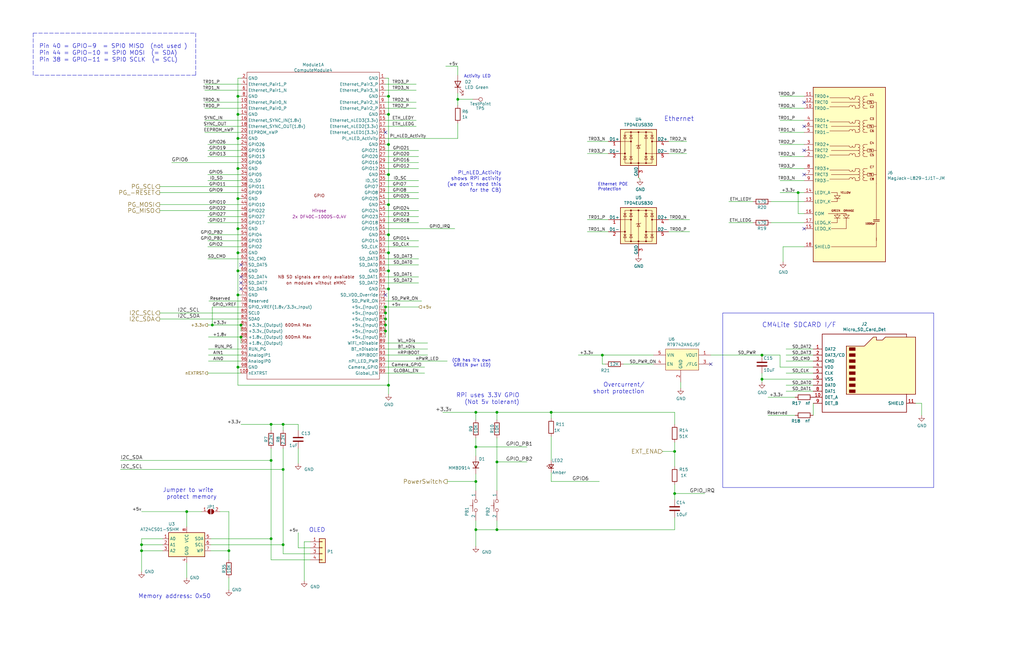
<source format=kicad_sch>
(kicad_sch (version 20210406) (generator eeschema)
  (paper "B")
  (title_block (title "ConnectBox HAT using RPi CM4") (date "2021-07-22") (rev "1.3") (comment 1 "JRA"))
  (junction (at 59.69 229.87) (diameter 1.016))
  (junction (at 59.69 232.41) (diameter 1.016))
  (junction (at 78.74 215.9) (diameter 1.016))
  (junction (at 89.535 137.16) (diameter 1.016))
  (junction (at 96.52 232.41) (diameter 1.016))
  (junction (at 100.33 40.64) (diameter 1.016))
  (junction (at 100.33 48.26) (diameter 1.016))
  (junction (at 100.33 58.42) (diameter 1.016))
  (junction (at 100.33 71.12) (diameter 1.016))
  (junction (at 100.33 83.82) (diameter 1.016))
  (junction (at 100.33 96.52) (diameter 1.016))
  (junction (at 100.33 106.68) (diameter 1.016))
  (junction (at 100.33 114.3) (diameter 1.016))
  (junction (at 100.33 124.46) (diameter 1.016))
  (junction (at 100.33 154.94) (diameter 1.016))
  (junction (at 101.6 137.16) (diameter 1.016))
  (junction (at 101.6 142.24) (diameter 1.016))
  (junction (at 114.3 179.07) (diameter 1.016))
  (junction (at 114.3 194.31) (diameter 1.016))
  (junction (at 114.3 227.33) (diameter 1.016))
  (junction (at 119.38 179.07) (diameter 1.016))
  (junction (at 119.38 198.12) (diameter 1.016))
  (junction (at 119.38 229.87) (diameter 1.016))
  (junction (at 162.56 129.54) (diameter 1.016))
  (junction (at 162.56 132.08) (diameter 1.016))
  (junction (at 162.56 134.62) (diameter 1.016))
  (junction (at 162.56 137.16) (diameter 1.016))
  (junction (at 162.56 139.7) (diameter 1.016))
  (junction (at 163.83 40.64) (diameter 1.016))
  (junction (at 163.83 48.26) (diameter 1.016))
  (junction (at 163.83 60.96) (diameter 1.016))
  (junction (at 163.83 73.66) (diameter 1.016))
  (junction (at 163.83 86.36) (diameter 1.016))
  (junction (at 163.83 99.06) (diameter 1.016))
  (junction (at 163.83 106.68) (diameter 1.016))
  (junction (at 163.83 114.3) (diameter 1.016))
  (junction (at 163.83 121.92) (diameter 1.016))
  (junction (at 163.83 162.56) (diameter 1.016))
  (junction (at 193.04 41.91) (diameter 1.016))
  (junction (at 200.66 173.99) (diameter 1.016))
  (junction (at 200.66 188.595) (diameter 1.016))
  (junction (at 200.66 203.2) (diameter 1.016))
  (junction (at 200.66 223.52) (diameter 1.016))
  (junction (at 209.55 173.99) (diameter 1.016))
  (junction (at 209.55 194.945) (diameter 1.016))
  (junction (at 209.55 223.52) (diameter 1.016))
  (junction (at 232.41 173.99) (diameter 1.016))
  (junction (at 254 149.86) (diameter 1.016))
  (junction (at 284.48 190.5) (diameter 1.016))
  (junction (at 284.48 208.28) (diameter 1.016))
  (junction (at 321.31 149.86) (diameter 1.016))
  (junction (at 321.31 160.02) (diameter 1.016))
  (junction (at 336.55 81.28) (diameter 1.016))
  (no_connect (at 101.6 111.76))
  (no_connect (at 101.6 116.84))
  (no_connect (at 101.6 119.38))
  (no_connect (at 101.6 121.92))
  (no_connect (at 162.56 55.88))
  (no_connect (at 162.56 124.46))
  (no_connect (at 299.72 153.67))
  (no_connect (at 339.09 43.18))
  (no_connect (at 339.09 53.34))
  (no_connect (at 339.09 63.5))
  (no_connect (at 339.09 73.66))
  (no_connect (at 339.09 96.52))
  (wire (pts (xy 50.8 194.31) (xy 114.3 194.31)))
  (wire (pts (xy 50.8 198.12) (xy 119.38 198.12)))
  (wire (pts (xy 59.69 215.9) (xy 78.74 215.9)))
  (wire (pts (xy 59.69 227.33) (xy 59.69 229.87)))
  (wire (pts (xy 59.69 229.87) (xy 59.69 232.41)))
  (wire (pts (xy 59.69 229.87) (xy 68.58 229.87)))
  (wire (pts (xy 59.69 232.41) (xy 59.69 241.3)))
  (wire (pts (xy 59.69 232.41) (xy 68.58 232.41)))
  (wire (pts (xy 67.31 78.74) (xy 101.6 78.74)))
  (wire (pts (xy 67.31 81.28) (xy 101.6 81.28)))
  (wire (pts (xy 67.31 86.36) (xy 101.6 86.36)))
  (wire (pts (xy 67.31 88.9) (xy 101.6 88.9)))
  (wire (pts (xy 67.31 132.08) (xy 101.6 132.08)))
  (wire (pts (xy 67.31 134.62) (xy 101.6 134.62)))
  (wire (pts (xy 68.58 227.33) (xy 59.69 227.33)))
  (wire (pts (xy 72.39 68.58) (xy 101.6 68.58)))
  (wire (pts (xy 78.74 215.9) (xy 78.74 222.25)))
  (wire (pts (xy 78.74 215.9) (xy 85.09 215.9)))
  (wire (pts (xy 78.74 237.49) (xy 78.74 243.84)))
  (wire (pts (xy 86.36 35.56) (xy 101.6 35.56)))
  (wire (pts (xy 86.36 38.1) (xy 101.6 38.1)))
  (wire (pts (xy 86.36 43.18) (xy 101.6 43.18)))
  (wire (pts (xy 86.36 45.72) (xy 101.6 45.72)))
  (wire (pts (xy 86.36 50.8) (xy 101.6 50.8)))
  (wire (pts (xy 86.36 53.34) (xy 101.6 53.34)))
  (wire (pts (xy 86.36 55.88) (xy 101.6 55.88)))
  (wire (pts (xy 87.63 60.96) (xy 101.6 60.96)))
  (wire (pts (xy 87.63 63.5) (xy 101.6 63.5)))
  (wire (pts (xy 87.63 66.04) (xy 101.6 66.04)))
  (wire (pts (xy 87.63 73.66) (xy 101.6 73.66)))
  (wire (pts (xy 87.63 76.2) (xy 101.6 76.2)))
  (wire (pts (xy 87.63 91.44) (xy 101.6 91.44)))
  (wire (pts (xy 87.63 93.98) (xy 101.6 93.98)))
  (wire (pts (xy 87.63 99.06) (xy 101.6 99.06)))
  (wire (pts (xy 87.63 101.6) (xy 101.6 101.6)))
  (wire (pts (xy 87.63 104.14) (xy 101.6 104.14)))
  (wire (pts (xy 87.63 109.22) (xy 101.6 109.22)))
  (wire (pts (xy 87.63 137.16) (xy 89.535 137.16)))
  (wire (pts (xy 87.63 157.48) (xy 101.6 157.48)))
  (wire (pts (xy 87.884 142.24) (xy 101.6 142.24)))
  (wire (pts (xy 87.884 147.32) (xy 101.6 147.32)))
  (wire (pts (xy 87.884 149.86) (xy 101.6 149.86)))
  (wire (pts (xy 87.884 152.4) (xy 101.6 152.4)))
  (wire (pts (xy 88.0872 127) (xy 101.6 127)))
  (wire (pts (xy 88.9 227.33) (xy 114.3 227.33)))
  (wire (pts (xy 88.9 229.87) (xy 119.38 229.87)))
  (wire (pts (xy 89.535 129.54) (xy 89.535 137.16)))
  (wire (pts (xy 89.535 129.54) (xy 101.6 129.54)))
  (wire (pts (xy 89.535 137.16) (xy 101.6 137.16)))
  (wire (pts (xy 92.71 215.9) (xy 96.52 215.9)))
  (wire (pts (xy 96.52 215.9) (xy 96.52 232.41)))
  (wire (pts (xy 96.52 232.41) (xy 88.9 232.41)))
  (wire (pts (xy 96.52 232.41) (xy 96.52 236.22)))
  (wire (pts (xy 96.52 243.84) (xy 96.52 248.92)))
  (wire (pts (xy 100.33 33.02) (xy 100.33 40.64)))
  (wire (pts (xy 100.33 40.64) (xy 100.33 48.26)))
  (wire (pts (xy 100.33 48.26) (xy 100.33 58.42)))
  (wire (pts (xy 100.33 58.42) (xy 100.33 71.12)))
  (wire (pts (xy 100.33 58.42) (xy 101.6 58.42)))
  (wire (pts (xy 100.33 71.12) (xy 100.33 83.82)))
  (wire (pts (xy 100.33 71.12) (xy 101.6 71.12)))
  (wire (pts (xy 100.33 83.82) (xy 100.33 96.52)))
  (wire (pts (xy 100.33 83.82) (xy 101.6 83.82)))
  (wire (pts (xy 100.33 96.52) (xy 100.33 106.68)))
  (wire (pts (xy 100.33 96.52) (xy 101.6 96.52)))
  (wire (pts (xy 100.33 106.68) (xy 100.33 114.3)))
  (wire (pts (xy 100.33 106.68) (xy 101.6 106.68)))
  (wire (pts (xy 100.33 114.3) (xy 100.33 124.46)))
  (wire (pts (xy 100.33 114.3) (xy 101.6 114.3)))
  (wire (pts (xy 100.33 124.46) (xy 100.33 154.94)))
  (wire (pts (xy 100.33 124.46) (xy 101.6 124.46)))
  (wire (pts (xy 100.33 154.94) (xy 100.33 162.56)))
  (wire (pts (xy 100.33 162.56) (xy 163.83 162.56)))
  (wire (pts (xy 101.6 33.02) (xy 100.33 33.02)))
  (wire (pts (xy 101.6 40.64) (xy 100.33 40.64)))
  (wire (pts (xy 101.6 48.26) (xy 100.33 48.26)))
  (wire (pts (xy 101.6 139.7) (xy 101.6 137.16)))
  (wire (pts (xy 101.6 142.24) (xy 101.854 142.24)))
  (wire (pts (xy 101.6 144.78) (xy 101.6 142.24)))
  (wire (pts (xy 101.6 154.94) (xy 100.33 154.94)))
  (wire (pts (xy 101.6 179.07) (xy 114.3 179.07)))
  (wire (pts (xy 114.3 179.07) (xy 114.3 181.61)))
  (wire (pts (xy 114.3 179.07) (xy 119.38 179.07)))
  (wire (pts (xy 114.3 194.31) (xy 114.3 189.23)))
  (wire (pts (xy 114.3 194.31) (xy 114.3 227.33)))
  (wire (pts (xy 114.3 227.33) (xy 114.3 236.22)))
  (wire (pts (xy 114.3 236.22) (xy 130.81 236.22)))
  (wire (pts (xy 119.38 179.07) (xy 119.38 181.61)))
  (wire (pts (xy 119.38 179.07) (xy 125.73 179.07)))
  (wire (pts (xy 119.38 198.12) (xy 119.38 189.23)))
  (wire (pts (xy 119.38 198.12) (xy 119.38 229.87)))
  (wire (pts (xy 119.38 229.87) (xy 119.38 233.68)))
  (wire (pts (xy 119.38 233.68) (xy 130.81 233.68)))
  (wire (pts (xy 125.73 179.07) (xy 125.73 181.61)))
  (wire (pts (xy 125.73 189.23) (xy 125.73 195.58)))
  (wire (pts (xy 125.73 231.14) (xy 125.73 224.79)))
  (wire (pts (xy 128.27 228.6) (xy 128.27 245.11)))
  (wire (pts (xy 130.81 228.6) (xy 128.27 228.6)))
  (wire (pts (xy 130.81 231.14) (xy 125.73 231.14)))
  (wire (pts (xy 162.56 33.02) (xy 163.83 33.02)))
  (wire (pts (xy 162.56 35.56) (xy 175.514 35.56)))
  (wire (pts (xy 162.56 38.1) (xy 175.514 38.1)))
  (wire (pts (xy 162.56 40.64) (xy 163.83 40.64)))
  (wire (pts (xy 162.56 43.18) (xy 175.514 43.18)))
  (wire (pts (xy 162.56 45.72) (xy 175.514 45.72)))
  (wire (pts (xy 162.56 48.26) (xy 163.83 48.26)))
  (wire (pts (xy 162.56 50.8) (xy 175.514 50.8)))
  (wire (pts (xy 162.56 53.34) (xy 175.514 53.34)))
  (wire (pts (xy 162.56 58.42) (xy 193.04 58.42)))
  (wire (pts (xy 162.56 60.96) (xy 163.83 60.96)))
  (wire (pts (xy 162.56 63.5) (xy 176.53 63.5)))
  (wire (pts (xy 162.56 66.04) (xy 176.53 66.04)))
  (wire (pts (xy 162.56 68.58) (xy 176.53 68.58)))
  (wire (pts (xy 162.56 71.12) (xy 176.53 71.12)))
  (wire (pts (xy 162.56 73.66) (xy 163.83 73.66)))
  (wire (pts (xy 162.56 76.2) (xy 176.53 76.2)))
  (wire (pts (xy 162.56 78.74) (xy 176.53 78.74)))
  (wire (pts (xy 162.56 81.28) (xy 176.53 81.28)))
  (wire (pts (xy 162.56 83.82) (xy 176.53 83.82)))
  (wire (pts (xy 162.56 86.36) (xy 163.83 86.36)))
  (wire (pts (xy 162.56 88.9) (xy 176.53 88.9)))
  (wire (pts (xy 162.56 91.44) (xy 176.53 91.44)))
  (wire (pts (xy 162.56 93.98) (xy 176.53 93.98)))
  (wire (pts (xy 162.56 96.52) (xy 191.77 96.52)))
  (wire (pts (xy 162.56 99.06) (xy 163.83 99.06)))
  (wire (pts (xy 162.56 101.6) (xy 176.53 101.6)))
  (wire (pts (xy 162.56 106.68) (xy 163.83 106.68)))
  (wire (pts (xy 162.56 111.76) (xy 176.53 111.76)))
  (wire (pts (xy 162.56 114.3) (xy 163.83 114.3)))
  (wire (pts (xy 162.56 119.38) (xy 176.53 119.38)))
  (wire (pts (xy 162.56 121.92) (xy 163.83 121.92)))
  (wire (pts (xy 162.56 127) (xy 177.8 127)))
  (wire (pts (xy 162.56 129.54) (xy 162.56 132.08)))
  (wire (pts (xy 162.56 129.54) (xy 176.53 129.54)))
  (wire (pts (xy 162.56 132.08) (xy 162.56 134.62)))
  (wire (pts (xy 162.56 134.62) (xy 162.56 137.16)))
  (wire (pts (xy 162.56 137.16) (xy 162.56 139.7)))
  (wire (pts (xy 162.56 139.7) (xy 162.56 142.24)))
  (wire (pts (xy 162.56 144.78) (xy 180.34 144.78)))
  (wire (pts (xy 162.56 147.32) (xy 180.34 147.32)))
  (wire (pts (xy 162.56 149.86) (xy 180.34 149.86)))
  (wire (pts (xy 162.56 152.4) (xy 188.595 152.4)))
  (wire (pts (xy 162.56 154.94) (xy 179.07 154.94)))
  (wire (pts (xy 162.56 157.48) (xy 179.07 157.48)))
  (wire (pts (xy 163.83 33.02) (xy 163.83 40.64)))
  (wire (pts (xy 163.83 40.64) (xy 163.83 48.26)))
  (wire (pts (xy 163.83 48.26) (xy 163.83 60.96)))
  (wire (pts (xy 163.83 60.96) (xy 163.83 73.66)))
  (wire (pts (xy 163.83 73.66) (xy 163.83 86.36)))
  (wire (pts (xy 163.83 86.36) (xy 163.83 99.06)))
  (wire (pts (xy 163.83 99.06) (xy 163.83 106.68)))
  (wire (pts (xy 163.83 106.68) (xy 163.83 114.3)))
  (wire (pts (xy 163.83 114.3) (xy 163.83 121.92)))
  (wire (pts (xy 163.83 121.92) (xy 163.83 162.56)))
  (wire (pts (xy 163.83 162.56) (xy 163.83 166.37)))
  (wire (pts (xy 176.53 104.14) (xy 162.56 104.14)))
  (wire (pts (xy 176.53 109.22) (xy 162.56 109.22)))
  (wire (pts (xy 176.53 116.84) (xy 162.56 116.84)))
  (wire (pts (xy 186.69 173.99) (xy 200.66 173.99)))
  (wire (pts (xy 187.96 27.94) (xy 193.04 27.94)))
  (wire (pts (xy 188.595 203.2) (xy 200.66 203.2)))
  (wire (pts (xy 193.04 31.75) (xy 193.04 27.94)))
  (wire (pts (xy 193.04 41.91) (xy 193.04 39.37)))
  (wire (pts (xy 193.04 44.45) (xy 193.04 41.91)))
  (wire (pts (xy 193.04 52.07) (xy 193.04 58.42)))
  (wire (pts (xy 199.39 41.91) (xy 193.04 41.91)))
  (wire (pts (xy 200.66 173.99) (xy 209.55 173.99)))
  (wire (pts (xy 200.66 177.165) (xy 200.66 173.99)))
  (wire (pts (xy 200.66 184.785) (xy 200.66 188.595)))
  (wire (pts (xy 200.66 188.595) (xy 200.66 192.405)))
  (wire (pts (xy 200.66 188.595) (xy 222.25 188.595)))
  (wire (pts (xy 200.66 200.025) (xy 200.66 203.2)))
  (wire (pts (xy 200.66 203.2) (xy 200.66 207.01)))
  (wire (pts (xy 200.66 219.71) (xy 200.66 223.52)))
  (wire (pts (xy 200.66 223.52) (xy 200.66 230.505)))
  (wire (pts (xy 200.66 223.52) (xy 209.55 223.52)))
  (wire (pts (xy 209.55 177.165) (xy 209.55 173.99)))
  (wire (pts (xy 209.55 184.785) (xy 209.55 194.945)))
  (wire (pts (xy 209.55 194.945) (xy 209.55 207.01)))
  (wire (pts (xy 209.55 194.945) (xy 222.25 194.945)))
  (wire (pts (xy 209.55 223.52) (xy 209.55 219.71)))
  (wire (pts (xy 209.55 223.52) (xy 284.48 223.52)))
  (wire (pts (xy 232.41 173.99) (xy 209.55 173.99)))
  (wire (pts (xy 232.41 173.99) (xy 284.48 173.99)))
  (wire (pts (xy 232.41 176.53) (xy 232.41 173.99)))
  (wire (pts (xy 232.41 184.15) (xy 232.41 194.31)))
  (wire (pts (xy 232.41 203.2) (xy 232.41 199.39)))
  (wire (pts (xy 232.41 203.2) (xy 252.73 203.2)))
  (wire (pts (xy 243.84 149.86) (xy 254 149.86)))
  (wire (pts (xy 247.65 59.69) (xy 256.54 59.69)))
  (wire (pts (xy 247.65 64.77) (xy 256.54 64.77)))
  (wire (pts (xy 247.65 92.71) (xy 256.54 92.71)))
  (wire (pts (xy 254 149.86) (xy 275.59 149.86)))
  (wire (pts (xy 254 153.67) (xy 254 149.86)))
  (wire (pts (xy 255.27 153.67) (xy 254 153.67)))
  (wire (pts (xy 256.54 97.79) (xy 247.65 97.79)))
  (wire (pts (xy 262.89 153.67) (xy 275.59 153.67)))
  (wire (pts (xy 269.24 74.93) (xy 269.875 75.565)))
  (wire (pts (xy 279.4 190.5) (xy 284.48 190.5)))
  (wire (pts (xy 281.94 59.69) (xy 289.56 59.69)))
  (wire (pts (xy 281.94 64.77) (xy 289.56 64.77)))
  (wire (pts (xy 281.94 92.71) (xy 290.83 92.71)))
  (wire (pts (xy 281.94 97.79) (xy 290.83 97.79)))
  (wire (pts (xy 284.48 173.99) (xy 284.48 179.07)))
  (wire (pts (xy 284.48 186.69) (xy 284.48 190.5)))
  (wire (pts (xy 284.48 190.5) (xy 284.48 196.85)))
  (wire (pts (xy 284.48 204.47) (xy 284.48 208.28)))
  (wire (pts (xy 284.48 208.28) (xy 297.18 208.28)))
  (wire (pts (xy 284.48 210.82) (xy 284.48 208.28)))
  (wire (pts (xy 284.48 223.52) (xy 284.48 218.44)))
  (wire (pts (xy 287.02 161.29) (xy 287.02 163.83)))
  (wire (pts (xy 299.72 149.86) (xy 321.31 149.86)))
  (wire (pts (xy 307.34 85.09) (xy 317.5 85.09)))
  (wire (pts (xy 307.34 93.98) (xy 317.5 93.98)))
  (wire (pts (xy 321.31 149.86) (xy 328.93 149.86)))
  (wire (pts (xy 321.31 157.48) (xy 321.31 160.02)))
  (wire (pts (xy 321.31 160.02) (xy 321.31 161.29)))
  (wire (pts (xy 321.31 160.02) (xy 342.9 160.02)))
  (wire (pts (xy 323.85 167.64) (xy 335.28 167.64)))
  (wire (pts (xy 323.85 175.26) (xy 335.28 175.26)))
  (wire (pts (xy 325.12 85.09) (xy 339.09 85.09)))
  (wire (pts (xy 325.12 93.98) (xy 339.09 93.98)))
  (wire (pts (xy 328.93 40.64) (xy 339.09 40.64)))
  (wire (pts (xy 328.93 45.72) (xy 339.09 45.72)))
  (wire (pts (xy 328.93 50.8) (xy 339.09 50.8)))
  (wire (pts (xy 328.93 55.88) (xy 339.09 55.88)))
  (wire (pts (xy 328.93 60.96) (xy 339.09 60.96)))
  (wire (pts (xy 328.93 66.04) (xy 339.09 66.04)))
  (wire (pts (xy 328.93 71.12) (xy 339.09 71.12)))
  (wire (pts (xy 328.93 76.2) (xy 339.09 76.2)))
  (wire (pts (xy 328.93 81.28) (xy 336.55 81.28)))
  (wire (pts (xy 328.93 154.94) (xy 328.93 149.86)))
  (wire (pts (xy 330.2 104.14) (xy 330.2 110.49)))
  (wire (pts (xy 331.47 147.32) (xy 342.9 147.32)))
  (wire (pts (xy 331.47 152.4) (xy 342.9 152.4)))
  (wire (pts (xy 331.47 162.56) (xy 342.9 162.56)))
  (wire (pts (xy 336.55 81.28) (xy 339.09 81.28)))
  (wire (pts (xy 336.55 90.17) (xy 336.55 81.28)))
  (wire (pts (xy 339.09 90.17) (xy 336.55 90.17)))
  (wire (pts (xy 339.09 104.14) (xy 330.2 104.14)))
  (wire (pts (xy 342.9 149.86) (xy 331.47 149.86)))
  (wire (pts (xy 342.9 154.94) (xy 328.93 154.94)))
  (wire (pts (xy 342.9 157.48) (xy 331.47 157.48)))
  (wire (pts (xy 342.9 165.1) (xy 331.47 165.1)))
  (wire (pts (xy 342.9 170.18) (xy 342.9 175.26)))
  (wire (pts (xy 386.08 170.18) (xy 388.62 170.18)))
  (wire (pts (xy 388.62 170.18) (xy 388.62 175.26)))
  (polyline (pts (xy 13.97 13.97) (xy 13.97 31.75)) (stroke (width 0) (type dash)))
  (polyline (pts (xy 13.97 13.97) (xy 82.55 13.97)) (stroke (width 0) (type dash)))
  (polyline (pts (xy 82.55 13.97) (xy 82.55 31.75)) (stroke (width 0) (type dash)))
  (polyline (pts (xy 82.55 31.75) (xy 13.97 31.75)) (stroke (width 0) (type dash)))
  (polyline (pts (xy 304.8 132.08) (xy 393.7 132.08)) (stroke (width 0) (type solid)))
  (polyline (pts (xy 304.8 205.74) (xy 304.8 132.08)) (stroke (width 0) (type solid)))
  (polyline (pts (xy 393.7 132.08) (xy 393.7 205.74)) (stroke (width 0) (type solid)))
  (polyline (pts (xy 393.7 205.74) (xy 304.8 205.74)) (stroke (width 0) (type solid)))
  (text "Pin 40 = GPIO-9  = SPI0 MISO  (not used ) \nPin 44 = GPIO-10 = SPI0 MOSI  (= SDA)\nPin 38 = GPIO-11 = SPI0 SCLK  (= SCL)\n\n" (at 16.51 29.21 0) (effects (font (size 1.778 1.778)) (justify left bottom)))
  (text "Memory address: 0x50" (at 88.9 252.73 180) (effects (font (size 1.778 1.778)) (justify right bottom)))
  (text "Jumper to write \nprotect memory" (at 91.44 210.82 180) (effects (font (size 1.778 1.778)) (justify right bottom)))
  (text "OLED" (at 137.16 224.79 180) (effects (font (size 1.778 1.778)) (justify right bottom)))
  (text "Activity LED" (at 195.58 33.02 0) (effects (font (size 1.27 1.27)) (justify left bottom)))
  (text "(CB has it's own\nGREEN pwr LED)" (at 207.01 154.94 180) (effects (font (size 1.27 1.27)) (justify right bottom)))
  (text "PI_nLED_Activity\nshows RPi activity\n(we don't need this\nfor the CB)\n" (at 211.455 81.28 0) (effects (font (size 1.524 1.524)) (justify right bottom)))
  (text "RPi uses 3.3V GPIO\n(Not 5v tolerant)" (at 219.075 170.815 180) (effects (font (size 1.778 1.778)) (justify right bottom)))
  (text "Ethernet POE\nProtection" (at 252.095 80.645 0) (effects (font (size 1.27 1.27)) (justify left bottom)))
  (text "Overcurrent/\nshort protection" (at 271.78 166.37 180) (effects (font (size 1.778 1.778)) (justify right bottom)))
  (text "Ethernet" (at 280.035 51.435 0) (effects (font (size 2.0066 2.0066)) (justify left bottom)))
  (text "CM4Lite SDCARD I/F" (at 321.31 138.43 0) (effects (font (size 2.007 2.007)) (justify left bottom)))
  (label "I2C_SDA" (at 50.8 194.31 0) (effects (font (size 1.524 1.524))))
  (label "I2C_SCL" (at 50.8 198.12 0) (effects (font (size 1.524 1.524))))
  (label "+5v" (at 59.69 215.9 180))
  (label "GPIO6" (at 72.39 68.58 0) (effects (font (size 1.524 1.524))))
  (label "I2C_SCL" (at 74.93 132.08 0) (effects (font (size 1.524 1.524))))
  (label "I2C_SDA" (at 74.93 134.62 0) (effects (font (size 1.524 1.524))))
  (label "GPIO_VREF" (at 89.535 129.54 0))
  (label "TRD1_P" (at 92.71 35.56 180))
  (label "TRD1_N" (at 92.71 38.1 180))
  (label "TRD0_N" (at 92.71 43.18 180))
  (label "TRD0_P" (at 92.71 45.72 180))
  (label "SYNC_IN" (at 93.98 50.8 180))
  (label "GPIO5" (at 93.98 73.66 180))
  (label "ID_SD" (at 93.98 76.2 180))
  (label "GPIO9" (at 93.98 81.28 180))
  (label "GPIO_PB2" (at 93.98 99.06 180))
  (label "GPIO_PB1" (at 93.98 101.6 180))
  (label "GPIO2" (at 93.98 104.14 180))
  (label "AIN1" (at 94.234 149.86 180))
  (label "AIN0" (at 94.234 152.4 180))
  (label "GPIO26" (at 95.25 60.96 180))
  (label "GPIO19" (at 95.25 63.5 180))
  (label "GPIO13" (at 95.25 66.04 180))
  (label "GPIO11" (at 95.25 78.74 180))
  (label "GPIO10" (at 95.25 86.36 180))
  (label "GPIO22" (at 95.25 88.9 180))
  (label "GPIO27" (at 95.25 91.44 180))
  (label "GPIO17" (at 95.25 93.98 180))
  (label "SD_CMD" (at 95.25 109.22 180))
  (label "SYNC_OUT" (at 95.504 53.34 180))
  (label "+3.3v" (at 95.504 137.16 180))
  (label "+1.8v" (at 95.504 142.24 180))
  (label "Reserved" (at 97.155 127 180))
  (label "RUN_PG" (at 98.044 147.32 180))
  (label "EEPROM_nWP" (at 98.552 55.88 180))
  (label "+3.3v" (at 101.6 179.07 180))
  (label "+5v" (at 125.73 224.79 180))
  (label "SD_PWR_ON" (at 165.1 127 0))
  (label "TRD3_P" (at 165.354 35.56 0))
  (label "TRD3_N" (at 165.354 38.1 0))
  (label "TRD2_N" (at 165.354 43.18 0))
  (label "TRD2_P" (at 165.354 45.72 0))
  (label "ETH_LEDY" (at 165.354 50.8 0))
  (label "ETH_LEDG" (at 165.354 53.34 0))
  (label "+5v" (at 168.91 129.54 180))
  (label "ID_SC" (at 171.45 76.2 180))
  (label "GPIO7" (at 171.45 78.74 180))
  (label "GPIO8" (at 171.45 81.28 180))
  (label "GPIO21" (at 172.72 63.5 180))
  (label "GPIO20" (at 172.72 66.04 180))
  (label "GPIO16" (at 172.72 68.58 180))
  (label "GPIO12" (at 172.72 71.12 180))
  (label "GPIO25" (at 172.72 83.82 180))
  (label "GPIO24" (at 172.72 88.9 180))
  (label "GPIO23" (at 172.72 91.44 180))
  (label "GPIO18" (at 172.72 93.98 180))
  (label "GPIO14" (at 172.72 101.6 180))
  (label "SD_CLK" (at 172.72 104.14 180))
  (label "SD_DAT3" (at 173.99 109.22 180))
  (label "SD_DAT0" (at 173.99 111.76 180))
  (label "SD_DAT1" (at 173.99 116.84 180))
  (label "SD_DAT2" (at 173.99 119.38 180))
  (label "BT_nDis" (at 175.1076 147.32 180))
  (label "WL_nDis" (at 175.26 144.78 180))
  (label "nPWR_LED" (at 175.26 152.4 0))
  (label "GLOBAL_EN" (at 176.53 157.48 180))
  (label "nRPIBOOT" (at 176.9872 149.86 180))
  (label "Camera_GPIO" (at 177.8 154.94 180))
  (label "PI_nLED_Activity" (at 179.705 58.42 180))
  (label "GPIO_IRQ" (at 189.865 96.52 180))
  (label "+3.3v" (at 190.5 173.99 180) (effects (font (size 1.524 1.524))))
  (label "+5v" (at 193.04 27.94 180))
  (label "GPIO_PB1" (at 213.36 188.595 0) (effects (font (size 1.524 1.524))))
  (label "GPIO_PB2" (at 213.36 194.945 0) (effects (font (size 1.524 1.524))))
  (label "GPIO6" (at 241.3 203.2 0) (effects (font (size 1.524 1.524))))
  (label "+3.3v" (at 250.19 149.86 180))
  (label "TRD3_N" (at 255.27 59.69 180))
  (label "TRD3_P" (at 255.27 64.77 180))
  (label "TRD1_P" (at 255.27 92.71 180))
  (label "TRD1_N" (at 255.27 97.79 180))
  (label "SD_PWR_ON" (at 265.43 153.67 0))
  (label "TRD2_N" (at 289.56 59.69 180))
  (label "TRD2_P" (at 289.56 64.77 180))
  (label "TRD0_N" (at 289.56 92.71 180))
  (label "TRD0_P" (at 289.56 97.79 180))
  (label "GPIO_IRQ" (at 290.83 208.28 0) (effects (font (size 1.524 1.524))))
  (label "SD_PWR" (at 311.15 149.86 0))
  (label "ETH_LEDY" (at 316.865 85.09 180))
  (label "ETH_LEDG" (at 316.865 93.98 180))
  (label "+3.3v" (at 330.2 167.64 180))
  (label "Reserved" (at 332.105 175.26 180))
  (label "SD_DAT2" (at 334.01 147.32 0))
  (label "SD_DAT3" (at 334.01 149.86 0))
  (label "SD_CMD" (at 334.01 152.4 0))
  (label "SD_CLK" (at 334.01 157.48 0))
  (label "SD_DAT0" (at 334.01 162.56 0))
  (label "SD_DAT1" (at 334.01 165.1 0))
  (label "TRD0_P" (at 335.28 40.64 180))
  (label "TRD0_N" (at 335.28 45.72 180))
  (label "TRD1_P" (at 335.28 50.8 180))
  (label "TRD1_N" (at 335.28 55.88 180))
  (label "TRD2_P" (at 335.28 60.96 180))
  (label "TRD2_N" (at 335.28 66.04 180))
  (label "TRD3_P" (at 335.28 71.12 180))
  (label "TRD3_N" (at 335.28 76.2 180))
  (label "+3.3v" (at 335.28 81.28 180))
  (hierarchical_label "PG_SCL" (shape output) (at 67.31 78.74 180) (effects (font (size 1.778 1.778))))
  (hierarchical_label "PG_-RESET" (shape output) (at 67.31 81.28 180) (effects (font (size 1.778 1.778))))
  (hierarchical_label "PG_MOSI" (shape output) (at 67.31 86.36 180) (effects (font (size 1.778 1.778))))
  (hierarchical_label "PG_MISO" (shape output) (at 67.31 88.9 180) (effects (font (size 1.778 1.778))))
  (hierarchical_label "I2C_SCL" (shape output) (at 67.31 132.08 180) (effects (font (size 1.778 1.778))))
  (hierarchical_label "I2C_SDA" (shape output) (at 67.31 134.62 180) (effects (font (size 1.778 1.778))))
  (hierarchical_label "+3.3v" (shape output) (at 87.63 137.16 180))
  (hierarchical_label "nEXTRST" (shape output) (at 87.63 157.48 180))
  (hierarchical_label "+5v" (shape input) (at 176.53 129.54 0))
  (hierarchical_label "PowerSwitch" (shape output) (at 188.595 203.2 180) (effects (font (size 1.778 1.778))))
  (hierarchical_label "EXT_ENA" (shape input) (at 279.4 190.5 180) (effects (font (size 1.778 1.778))))
  (symbol (lib_id "Connector:TestPoint") (at 199.39 41.91 270) (unit 1)
    (property "Reference" "TP5" (at 200.66 45.72 90) (effects (justify left)))
    (property "Value" "TestPoint" (at 198.12 43.815 90) (effects (justify left)))
    (property "Footprint" "TestPoint:TestPoint_Pad_2.0x2.0mm" (effects hide))
    (property "Field4" "nf" (effects hide))
    (property "Field5" "nf" (effects hide))
    (property "Field6" "nf" (effects hide))
    (property "Field7" "nf" (effects hide))
  )
  (symbol (lib_id "power:GND") (at 59.69 241.3 0) (unit 1)
    (property "Reference" "#PWR038" (effects hide))
    (property "Value" "GND" (at 62.992 241.2492 0))
  )
  (symbol (lib_id "power:GND") (at 78.74 243.84 0) (unit 1)
    (property "Reference" "#PWR039" (effects hide))
    (property "Value" "GND" (at 82.042 243.7892 0))
  )
  (symbol (lib_id "power:GND") (at 96.52 248.92 0) (unit 1)
    (property "Reference" "#PWR040" (effects hide))
    (property "Value" "GND" (at 99.822 248.8692 0))
  )
  (symbol (lib_id "power:GND") (at 125.73 195.58 0) (unit 1)
    (property "Reference" "#PWR0108" (effects hide))
    (property "Value" "GND" (at 130.302 198.0692 0))
  )
  (symbol (lib_id "power:GND") (at 128.27 245.11 0) (unit 1)
    (property "Reference" "#PWR0107" (effects hide))
    (property "Value" "GND" (at 132.842 247.5992 0))
  )
  (symbol (lib_id "power:GND") (at 163.83 166.37 0) (unit 1)
    (property "Reference" "#PWR09" (effects hide))
    (property "Value" "GND" (at 163.957 170.7642 0))
  )
  (symbol (lib_id "power:GND") (at 200.66 230.505 0) (unit 1)
    (property "Reference" "#PWR0102" (effects hide))
    (property "Value" "GND" (at 205.232 232.9942 0))
  )
  (symbol (lib_id "power:GND") (at 269.24 107.95 0) (unit 1)
    (property "Reference" "#PWR013" (effects hide))
    (property "Value" "GND" (at 269.367 112.3442 0))
  )
  (symbol (lib_id "power:GND") (at 269.875 75.565 0) (unit 1)
    (property "Reference" "#PWR012" (effects hide))
    (property "Value" "GND" (at 270.002 79.9592 0))
  )
  (symbol (lib_id "power:GND") (at 287.02 163.83 0) (unit 1)
    (property "Reference" "#PWR014" (effects hide))
    (property "Value" "GND" (at 287.147 168.2242 0))
  )
  (symbol (lib_id "power:GND") (at 321.31 161.29 0) (unit 1)
    (property "Reference" "#PWR011" (effects hide))
    (property "Value" "GND" (at 321.437 165.6842 0))
  )
  (symbol (lib_id "power:GND") (at 330.2 110.49 0) (unit 1)
    (property "Reference" "#PWR0106" (effects hide))
    (property "Value" "GND" (at 330.327 114.8842 0))
  )
  (symbol (lib_id "power:GND") (at 388.62 175.26 0) (unit 1)
    (property "Reference" "#PWR017" (effects hide))
    (property "Value" "GND" (at 388.747 179.6542 0))
  )
  (symbol (lib_id "Jumper:SolderJumper_2_Open") (at 88.9 215.9 0) (unit 1)
    (property "Reference" "JP1" (at 88.9 213.8766 0))
    (property "Value" "SolderJumper_2_Open" (effects hide))
    (property "Footprint" "Jumper:SolderJumper-2_P1.3mm_Open_TrianglePad1.0x1.5mm" (effects hide))
  )
  (symbol (lib_id "Device:LED_Small") (at 232.41 196.85 90) (unit 1)
    (property "Reference" "LED2" (at 237.49 194.31 90) (effects (justify left)))
    (property "Value" "Amber" (at 238.76 199.39 90) (effects (justify left)))
    (property "Footprint" "LED_SMD:LED_0603_1608Metric" (effects hide))
    (property "Manufacturer" "Lite-On Inc." (effects hide))
    (property "Manufacturer P/N" "LTST-C191KFKT" (effects hide))
    (property "Description" "LED AMBER CLEAR 0603 SMD" (effects hide))
    (property "DigiKey P/N" "160-1445-1-ND" (effects hide))
    (property "Type" "SMD" (effects hide))
  )
  (symbol (lib_id "Device:R") (at 96.52 240.03 180) (unit 1)
    (property "Reference" "R35" (at 94.488 240.03 90))
    (property "Value" "10K" (at 96.52 240.03 90))
    (property "Footprint" "Resistor_SMD:R_0603_1608Metric" (effects hide))
    (property "Manufacturer" "Yageo" (effects hide))
    (property "Manufacturer P/N" "RC0603FR-0710KL" (effects hide))
    (property "Description" "RES SMD 10K OHM 1% 1/8W 0603" (effects hide))
    (property "DigiKey P/N" "311-10.0KHRCT-ND" (effects hide))
    (property "Type" "SMD" (effects hide))
  )
  (symbol (lib_id "Device:R") (at 114.3 185.42 180) (unit 1)
    (property "Reference" "R7" (at 112.268 185.42 90))
    (property "Value" "2.2K" (at 114.3 185.42 90))
    (property "Footprint" "Resistor_SMD:R_0603_1608Metric" (effects hide))
    (property "Manufacturer" "Yageo" (effects hide))
    (property "Manufacturer P/N" "RC0603FR-072K2L" (effects hide))
    (property "Description" "RES SMD 2.2K OHM 1% 1/8W 0603" (effects hide))
    (property "DigiKey P/N" "311-2.20KHRCT-ND" (effects hide))
    (property "Type" "SMD" (effects hide))
  )
  (symbol (lib_id "Device:R") (at 119.38 185.42 180) (unit 1)
    (property "Reference" "R8" (at 117.348 185.42 90))
    (property "Value" "2.2K" (at 119.38 185.42 90))
    (property "Footprint" "Resistor_SMD:R_0603_1608Metric" (effects hide))
    (property "Manufacturer" "Yageo" (effects hide))
    (property "Manufacturer P/N" "RC0603FR-072K2L" (effects hide))
    (property "Description" "RES SMD 2.2K OHM 1% 1/8W 0603" (effects hide))
    (property "DigiKey P/N" "311-2.20KHRCT-ND" (effects hide))
    (property "Type" "SMD" (effects hide))
  )
  (symbol (lib_id "Device:R") (at 193.04 48.26 0) (unit 1)
    (property "Reference" "R6" (at 194.818 47.0916 0) (effects (justify left)))
    (property "Value" "1k" (at 194.818 49.403 0) (effects (justify left)))
    (property "Footprint" "Resistor_SMD:R_0402_1005Metric" (effects hide))
    (property "Datasheet" "https://fscdn.rohm.com/en/products/databook/datasheet/passive/resistor/chip_resistor/mcr-e.pdf" (effects hide))
    (property "Field4" "Farnell" (effects hide))
    (property "Field5" "9239235" (effects hide))
    (property "Field7" "KOA EUROPE GMBH" (effects hide))
    (property "Field6" "RK73H1ETTP1001F" (effects hide))
    (property "Part Description" "Resistor 1K M1005 1% 63mW" (effects hide))
    (property "Field8" "125049511" (effects hide))
  )
  (symbol (lib_id "Device:R") (at 200.66 180.975 180) (unit 1)
    (property "Reference" "R9" (at 198.628 180.975 90))
    (property "Value" "10K" (at 200.66 180.975 90))
    (property "Footprint" "Resistor_SMD:R_0603_1608Metric" (effects hide))
    (property "Manufacturer" "Yageo" (effects hide))
    (property "Manufacturer P/N" "RC0603FR-0710KL" (effects hide))
    (property "Description" "RES SMD 10K OHM 1% 1/8W 0603" (effects hide))
    (property "DigiKey P/N" "311-10.0KHRCT-ND" (effects hide))
    (property "Type" "SMD" (effects hide))
  )
  (symbol (lib_id "Device:R") (at 209.55 180.975 180) (unit 1)
    (property "Reference" "R10" (at 207.518 180.975 90))
    (property "Value" "10K" (at 209.55 180.975 90))
    (property "Footprint" "Resistor_SMD:R_0603_1608Metric" (effects hide))
    (property "Manufacturer" "Yageo" (effects hide))
    (property "Manufacturer P/N" "RC0603FR-0710KL" (effects hide))
    (property "Description" "RES SMD 10K OHM 1% 1/8W 0603" (effects hide))
    (property "DigiKey P/N" "311-10.0KHRCT-ND" (effects hide))
    (property "Type" "SMD" (effects hide))
  )
  (symbol (lib_id "Device:R") (at 232.41 180.34 0) (unit 1)
    (property "Reference" "R11" (at 236.22 179.07 0))
    (property "Value" "1K" (at 234.95 181.61 0))
    (property "Footprint" "Resistor_SMD:R_0603_1608Metric" (effects hide))
    (property "Manufacturer" "Yageo" (effects hide))
    (property "Manufacturer P/N" "RC0603FR-071KL" (effects hide))
    (property "Description" "RES SMD 1K OHM 1% 1/8W 0603" (effects hide))
    (property "DigiKey P/N" "311-1.00KHRCT-ND" (effects hide))
    (property "Type" "SMD" (effects hide))
  )
  (symbol (lib_id "Device:R") (at 259.08 153.67 270) (unit 1)
    (property "Reference" "R21" (at 255.27 156.337 90))
    (property "Value" "12K" (at 259.08 153.67 90))
    (property "Footprint" "Resistor_SMD:R_0603_1608Metric" (effects hide))
    (property "Manufacturer" "Yageo" (effects hide))
    (property "Manufacturer P/N" "RC0603FR-12K2L" (effects hide))
    (property "Description" "RES SMD 12K OHM 1% 1/8W 0603" (effects hide))
    (property "DigiKey P/N" "311-12KHRCT-ND" (effects hide))
    (property "Type" "SMD" (effects hide))
  )
  (symbol (lib_id "Device:R") (at 284.48 182.88 0) (unit 1)
    (property "Reference" "R14" (at 288.29 181.61 0))
    (property "Value" "51K" (at 288.29 184.15 0))
    (property "Footprint" "Resistor_SMD:R_0603_1608Metric" (effects hide))
    (property "Manufacturer" "Yageo" (effects hide))
    (property "Manufacturer P/N" "RC0603FR-071KL" (effects hide))
    (property "Description" "RES SMD 51K OHM 1% 1/8W 0603" (effects hide))
    (property "DigiKey P/N" "311-51.0KHRCT-ND" (effects hide))
    (property "Type" "SMD" (effects hide))
  )
  (symbol (lib_id "Device:R") (at 284.48 200.66 180) (unit 1)
    (property "Reference" "R15" (at 288.29 198.12 0))
    (property "Value" "1K" (at 288.29 200.66 0))
    (property "Footprint" "Resistor_SMD:R_0603_1608Metric" (effects hide))
    (property "Manufacturer" "Yageo" (effects hide))
    (property "Manufacturer P/N" "RC0603FR-071KL" (effects hide))
    (property "Description" "RES SMD 1K OHM 1% 1/8W 0603" (effects hide))
    (property "DigiKey P/N" "311-1.00KRCT-ND" (effects hide))
    (property "Type" "SMD" (effects hide))
  )
  (symbol (lib_id "Device:R") (at 321.31 85.09 90) (unit 1)
    (property "Reference" "R20" (at 321.31 87.503 90))
    (property "Value" "470" (at 321.31 85.09 90))
    (property "Footprint" "Resistor_SMD:R_0603_1608Metric" (effects hide))
    (property "Manufacturer" "Yageo" (effects hide))
    (property "Manufacturer P/N" "RC0603FR-0470R2L" (effects hide))
    (property "Description" "RES SMD 470 OHM 1% 1/8W 0603" (effects hide))
    (property "DigiKey P/N" "311-470RHRCT-ND" (effects hide))
    (property "Type" "SMD" (effects hide))
  )
  (symbol (lib_id "Device:R") (at 321.31 93.98 90) (unit 1)
    (property "Reference" "R19" (at 321.31 96.393 90))
    (property "Value" "470" (at 321.31 93.98 90))
    (property "Footprint" "Resistor_SMD:R_0603_1608Metric" (effects hide))
    (property "Manufacturer" "Yageo" (effects hide))
    (property "Manufacturer P/N" "RC0603FR-0470R2L" (effects hide))
    (property "Description" "RES SMD 470 OHM 1% 1/8W 0603" (effects hide))
    (property "DigiKey P/N" "311-470RHRCT-ND" (effects hide))
    (property "Type" "SMD" (effects hide))
  )
  (symbol (lib_id "Device:R") (at 339.09 167.64 90) (unit 1)
    (property "Reference" "R17" (at 337.82 170.18 90) (effects (justify left)))
    (property "Value" "nf" (at 341.63 170.18 90) (effects (justify left)))
    (property "Footprint" "Resistor_SMD:R_0603_1608Metric" (effects hide))
    (property "Manufacturer" "Yageo" (effects hide))
    (property "Manufacturer P/N" "RC0603FR-071KL" (effects hide))
    (property "Description" "RES SMD 1K OHM 1% 1/8W 0603" (effects hide))
    (property "DigiKey P/N" "311-1.00KRCT-ND" (effects hide))
    (property "Type" "SMD" (effects hide))
  )
  (symbol (lib_id "Device:R") (at 339.09 175.26 90) (unit 1)
    (property "Reference" "R18" (at 337.5406 177.6476 90) (effects (justify left)))
    (property "Value" "nf" (at 341.5538 177.5968 90) (effects (justify left)))
    (property "Footprint" "Resistor_SMD:R_0603_1608Metric" (effects hide))
    (property "Manufacturer" "Yageo" (effects hide))
    (property "Manufacturer P/N" "RC0603FR-071KL" (effects hide))
    (property "Description" "RES SMD 1K OHM 1% 1/8W 0603" (effects hide))
    (property "DigiKey P/N" "311-1.00KRCT-ND" (effects hide))
    (property "Type" "SMD" (effects hide))
  )
  (symbol (lib_id "Diode:1N914") (at 200.66 196.215 90) (unit 1)
    (property "Reference" "D1" (at 203.2 193.675 90))
    (property "Value" "MMBD914" (at 193.675 197.485 90))
    (property "Footprint" "Diode_SMD:D_SOT-23_ANK" (effects hide))
    (property "Datasheet" "http://www.vishay.com/docs/85622/1n914.pdf" (effects hide))
    (property "Manufacturer" "ON Semiconductor" (effects hide))
    (property "Manufacturer P/N" "MMBD914LT1G" (effects hide))
    (property "Description" "DIODE GEN PURP 100V 200MA SOT23" (effects hide))
    (property "DigiKey P/N" "MMBD914LT1GOSCT-ND" (effects hide))
    (property "Type" "SMD" (effects hide))
  )
  (symbol (lib_id "Device:LED") (at 193.04 35.56 90) (unit 1)
    (property "Reference" "D2" (at 196.0118 34.5694 90) (effects (justify right)))
    (property "Value" "LED Green" (at 196.0118 36.8808 90) (effects (justify right)))
    (property "Footprint" "LED_SMD:LED_0603_1608Metric" (effects hide))
    (property "Datasheet" "http://optoelectronics.liteon.com/upload/download/DS22-2000-226/LTST-S270KGKT.pdf" (effects hide))
    (property "Field4" "Digikey " (effects hide))
    (property "Field5" "LTST-S270KGKT" (effects hide))
    (property "Field6" "SML-A12M8TT86N" (effects hide))
    (property "Field7" "Rohm" (effects hide))
    (property "Field8" "650263301" (effects hide))
    (property "Part Description" "	Green 572nm LED Indication - Discrete 2.2V 2-SMD, No Lead" (effects hide))
  )
  (symbol (lib_id "Device:C") (at 125.73 185.42 0) (unit 1)
    (property "Reference" "C13" (at 127 182.88 0) (effects (justify left)))
    (property "Value" "1uF" (at 121.92 187.96 0) (effects (justify left)))
    (property "Footprint" "Capacitor_SMD:C_0603_1608Metric" (effects hide))
    (property "Manufacturer" "KEMET" (effects hide))
    (property "Manufacturer P/N" "C0603C105K9PACTU" (effects hide))
    (property "Description" "CAP CER 1UF 6.3V X5R 0603" (effects hide))
    (property "DigiKey P/N" "399-7848-1-ND" (effects hide))
    (property "Type" "SMD" (effects hide))
  )
  (symbol (lib_id "Device:C") (at 284.48 214.63 0) (unit 1)
    (property "Reference" "C14" (at 285.115 212.09 0) (effects (justify left)))
    (property "Value" "10uF" (at 285.115 217.17 0) (effects (justify left)))
    (property "Footprint" "Capacitor_SMD:C_0603_1608Metric" (effects hide))
    (property "Manufacturer" "Samsung Electro-Mechanics" (effects hide))
    (property "Manufacturer P/N" "C0603C106M9PACTU" (effects hide))
    (property "Description" "CAP CER 10UF 6.3V X5R 0603" (effects hide))
    (property "DigiKey P/N" "399-5504-1-ND " (effects hide))
    (property "Type" "SMD" (effects hide))
  )
  (symbol (lib_id "Device:C") (at 321.31 153.67 0) (unit 1)
    (property "Reference" "C15" (at 321.945 151.13 0) (effects (justify left)))
    (property "Value" "10uF" (at 321.945 156.21 0) (effects (justify left)))
    (property "Footprint" "Capacitor_SMD:C_0603_1608Metric" (effects hide))
    (property "Manufacturer" "Samsung Electro-Mechanics" (effects hide))
    (property "Manufacturer P/N" "C0603C106M9PACTU" (effects hide))
    (property "Description" "CAP CER 10UF 6.3V X5R 0603" (effects hide))
    (property "DigiKey P/N" "399-5504-1-ND " (effects hide))
    (property "Type" "SMD" (effects hide))
  )
  (symbol (lib_id "CustomComponents:SPST-PUSH") (at 200.66 213.36 90) (unit 1)
    (property "Reference" "PB1" (at 196.85 215.9 0))
    (property "Value" "SPST-PUSH" (effects hide))
    (property "Footprint" "CustomComponents:SW-TL3305" (effects hide))
    (property "Manufacturer" "E-Switch" (effects hide))
    (property "Manufacturer P/N" "TL3305AF260QG" (effects hide))
    (property "Description" "SWITCH TACTILE SPST-NO 50MA 12V" (effects hide))
    (property "DigiKey P/N" "EG5353CT-ND" (effects hide))
    (property "Type" "SMD" (effects hide))
  )
  (symbol (lib_id "CustomComponents:SPST-PUSH") (at 209.55 213.36 90) (unit 1)
    (property "Reference" "PB2" (at 205.74 215.9 0))
    (property "Value" "SPST-PUSH" (effects hide))
    (property "Footprint" "CustomComponents:SW-TL3305" (effects hide))
    (property "Manufacturer" "E-Switch" (effects hide))
    (property "Manufacturer P/N" "TL3305AF260QG" (effects hide))
    (property "Description" "SWITCH TACTILE SPST-NO 50MA 12V" (effects hide))
    (property "DigiKey P/N" "EG5353CT-ND" (effects hide))
    (property "Type" "SMD" (effects hide))
  )
  (symbol (lib_id "Connector_Generic:Conn_01x04") (at 135.89 231.14 0) (unit 1)
    (property "Reference" "P1" (at 137.9221 232.7985 0) (effects (justify left)))
    (property "Value" "Conn_01x04" (effects hide))
    (property "Footprint" "Connector_PinHeader_2.54mm:PinHeader_1x04_P2.54mm_Vertical" (effects hide))
  )
  (symbol (lib_id "Memory_EEPROM:AT24CS01-SSHM") (at 78.74 229.87 0) (unit 1)
    (property "Reference" "U3" (at 72.39 221.1028 0))
    (property "Value" "AT24CS01-SSHM" (at 67.31 223.4015 0))
    (property "Footprint" "Package_SO:SOIC-8_3.9x4.9mm_P1.27mm" (effects hide))
    (property "Datasheet" "http://ww1.microchip.com/downloads/en/DeviceDoc/Atmel-8815-SEEPROM-AT24CS01-02-Datasheet.pdf" (effects hide))
    (property "Manufacturer" "Microchip Technology" (effects hide))
    (property "Manufacturer P/N" "AT24C01C-SSHM-T" (effects hide))
    (property "Description" "EEPROM Memory IC 1Kb (128 x 8) I²C 1 MHz" (effects hide))
    (property "Digikey P/N" "AT24C01C-SSHM-TCT-ND - Cut Tape (CT)" (effects hide))
    (property "Type" "SMD" (effects hide))
  )
  (symbol (lib_id "Custom_1:T9742ANGJ5F") (at 288.29 156.21 0) (unit 1)
    (property "Reference" "U6" (at 283.21 143.129 0))
    (property "Value" "RT9742ANGJ5F" (at 288.29 145.4404 0))
    (property "Footprint" "Package_TO_SOT_SMD:SOT-23-5" (effects hide))
    (property "Datasheet" "https://www.richtek.com/assets/product_file/RT9742/DS9742-00.pdf" (effects hide))
    (property "Manufacturer" "Richtek" (effects hide))
    (property "Manufacturer P/N" "RT9742ANGJ5F" (effects hide))
    (property "Description" "	Power Switch/Driver 1:1 N-Channel 1A TSOT-23-5" (effects hide))
    (property "DigiKey P/N" "1028-1427-1-ND" (effects hide))
    (property "Type" "SMD" (effects hide))
  )
  (symbol (lib_id "CM4IO:TPD4EUSB30") (at 269.24 62.23 0) (unit 1)
    (property "Reference" "U4" (at 269.24 50.3682 0))
    (property "Value" "TPD4EUSB30" (at 269.24 52.6796 0))
    (property "Footprint" "CustomComponents:USON-10_2.5x1.0mm_P0.5mm" (effects hide))
    (property "Manufacturer" "TI" (effects hide))
    (property "Manufacturer P/N" "TPD4EUSB30DQAR" (effects hide))
    (property "Description" "Quad TVS diode for high speed signals (USB3, GigE etc.)" (effects hide))
    (property "DigiKey P/N" "296-28063-1-ND" (effects hide))
    (property "Type" "SMD" (effects hide))
  )
  (symbol (lib_id "CM4IO:TPD4EUSB30") (at 269.24 95.25 0) (unit 1)
    (property "Reference" "U5" (at 269.24 83.3882 0))
    (property "Value" "TPD4EUSB30" (at 269.24 85.6996 0))
    (property "Footprint" "CustomComponents:USON-10_2.5x1.0mm_P0.5mm" (effects hide))
    (property "Manufacturer" "TI" (effects hide))
    (property "Manufacturer P/N" "TPD4EUSB30DQAR" (effects hide))
    (property "Description" "Quad TVS diode for high speed signals (USB3, GigE etc.)" (effects hide))
    (property "DigiKey P/N" "296-28063-1-ND" (effects hide))
    (property "Type" "SMD" (effects hide))
  )
  (symbol (lib_id "Connector:Micro_SD_Card_Det") (at 365.76 157.48 0) (unit 1)
    (property "Reference" "J2" (at 364.49 136.7282 0))
    (property "Value" "Micro_SD_Card_Det" (at 364.49 139.0396 0))
    (property "Footprint" "CM4IO:SDCARD_MOLEX_503398-1892" (effects hide))
    (property "Datasheet" "https://www.hirose.com/product/en/download_file/key_name/DM3/category/Catalog/doc_file_id/49662/?file_category_id=4&item_id=195&is_series=1" (effects hide))
    (property "Manufacturer" "Molex" (effects hide))
    (property "Manufacturer P/N" "503398-1892" (effects hide))
    (property "Description" "9 (8 + 1) Position Card Connector microSD™ Surface Mount, Right Angle Gold" (effects hide))
    (property "DigiKey P/N" "WM11190CT-ND" (effects hide))
    (property "Type" "SMD" (effects hide))
  )
  (symbol (lib_id "Custom_1:MagJack-L829-1J1T-JM") (at 360.68 111.76 0) (unit 1)
    (property "Reference" "J6" (at 374.1421 72.8991 0) (effects (justify left)))
    (property "Value" "MagJack-L829-1J1T-JM" (at 374.1421 75.1978 0) (effects (justify left)))
    (property "Footprint" "CustomComponents:MagJack L829-1J1T-JM" (effects hide))
    (property "Manufacturer" "Bel Fuse Inc" (effects hide))
    (property "Manufacturer P/N" "L829-1J1T-JM" (effects hide))
    (property "Description" "Gigabit Ethernet Magjack" (effects hide))
    (property "DigiKey P/N" "507-2068-ND" (effects hide))
  )
  (symbol (lib_id "CM4IO:ComputeModule4-CM4") (at 134.62 88.9 0) (unit 1)
    (property "Reference" "Module1" (at 132.08 27.305 0))
    (property "Value" "ComputeModule4" (at 132.08 29.6164 0))
    (property "Footprint" "CM4IO:Raspberry-Pi-4-Compute-Module" (effects hide))
    (property "Manufacturer" "Hirose" (effects hide))
    (property "Manufacturer P/N" "DF40C-100DS-0.4V" (effects hide))
    (property "Description" "100 Position Connector Receptacle, Center Strip Contacts Surface Mount Gold" (effects hide))
    (property "DigiKey P/N" "H11615CT-ND" (effects hide))
    (property "Type" "SMD" (effects hide))
    (property "Field4" "Hirose" (at 134.62 88.9 0))
    (property "Field5" "2x DF40C-100DS-0.4V" (at 134.62 91.44 0))
  )
)
</source>
